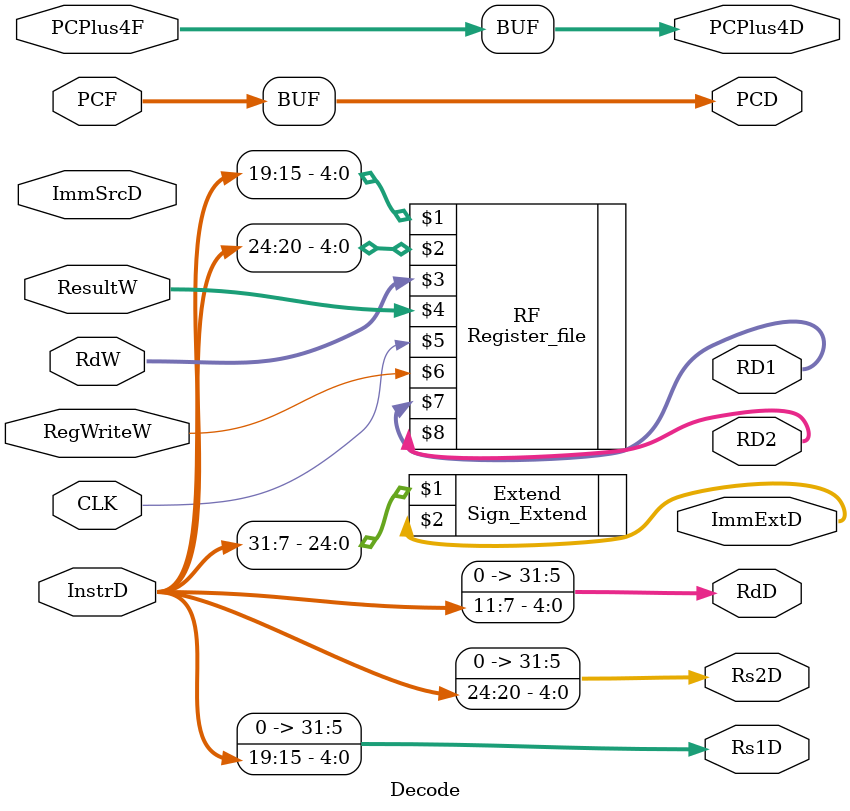
<source format=v>
`timescale 1ns / 1ps


module Decode(input wire [31:0] InstrD, ResultW, PCF, PCPlus4F,
              input wire [5:0] RdW,
              input wire [1:0] ImmSrcD,
              input wire CLK,RegWriteW,
              output wire [31:0] PCD, Rs1D, Rs2D, RdD, ImmExtD, PCPlus4D, RD1, RD2);
Register_file RF(InstrD[19:15],InstrD[24:20],RdW,ResultW,CLK,RegWriteW,RD1,RD2); 
Sign_Extend Extend(InstrD[31:7],ImmExtD);
assign PCD = PCF;
assign Rs1D = InstrD[19:15];
assign Rs2D = InstrD[24:20];
assign RdD = InstrD[11:7];
assign PCPlus4D = PCPlus4F;
endmodule

</source>
